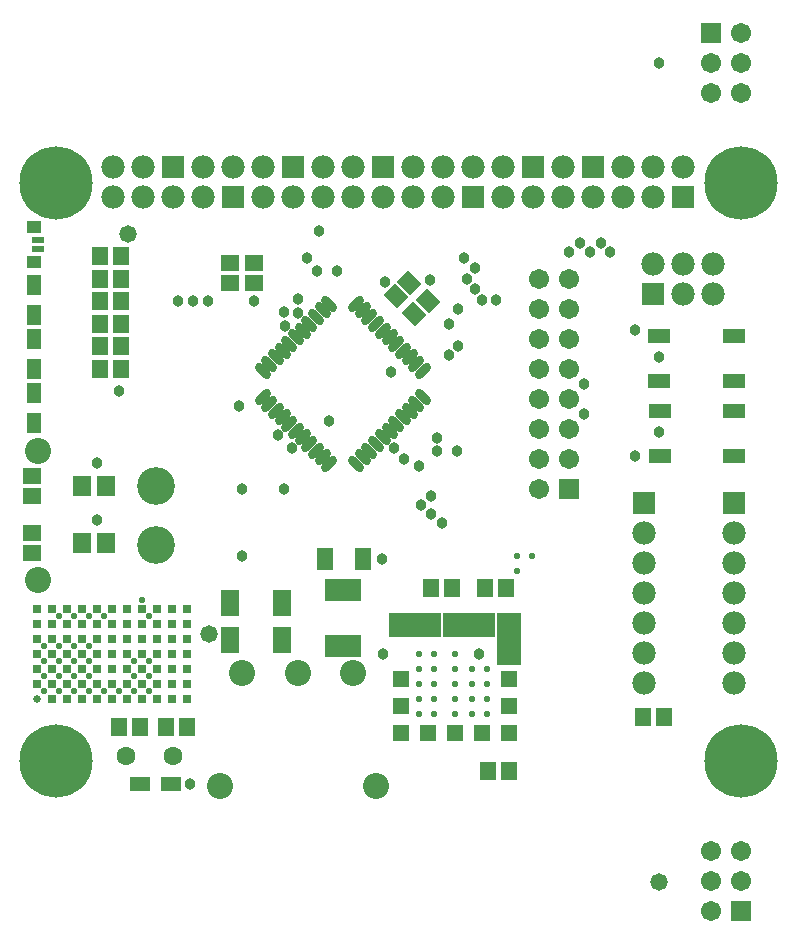
<source format=gts>
G04 Layer_Color=8388736*
%FSLAX25Y25*%
%MOIN*%
G70*
G01*
G75*
%ADD12C,0.02500*%
%ADD13R,0.02500X0.02500*%
%ADD64R,0.05328X0.06312*%
%ADD65R,0.06312X0.09068*%
%ADD66R,0.06115X0.05328*%
G04:AMPARAMS|DCode=67|XSize=29.65mil|YSize=65.09mil|CornerRadius=0mil|HoleSize=0mil|Usage=FLASHONLY|Rotation=315.000|XOffset=0mil|YOffset=0mil|HoleType=Round|Shape=Round|*
%AMOVALD67*
21,1,0.03543,0.02965,0.00000,0.00000,45.0*
1,1,0.02965,-0.01253,-0.01253*
1,1,0.02965,0.01253,0.01253*
%
%ADD67OVALD67*%

G04:AMPARAMS|DCode=68|XSize=29.65mil|YSize=65.09mil|CornerRadius=0mil|HoleSize=0mil|Usage=FLASHONLY|Rotation=225.000|XOffset=0mil|YOffset=0mil|HoleType=Round|Shape=Round|*
%AMOVALD68*
21,1,0.03543,0.02965,0.00000,0.00000,315.0*
1,1,0.02965,-0.01253,0.01253*
1,1,0.02965,0.01253,-0.01253*
%
%ADD68OVALD68*%

%ADD69R,0.07493X0.04737*%
%ADD70R,0.05328X0.06115*%
%ADD71R,0.05328X0.07690*%
%ADD72R,0.05300X0.05300*%
%ADD73R,0.17300X0.08300*%
%ADD74R,0.08300X0.17300*%
%ADD75R,0.04737X0.06706*%
G04:AMPARAMS|DCode=76|XSize=63.12mil|YSize=53.28mil|CornerRadius=0mil|HoleSize=0mil|Usage=FLASHONLY|Rotation=315.000|XOffset=0mil|YOffset=0mil|HoleType=Round|Shape=Rectangle|*
%AMROTATEDRECTD76*
4,1,4,-0.04115,0.00348,-0.00348,0.04115,0.04115,-0.00348,0.00348,-0.04115,-0.04115,0.00348,0.0*
%
%ADD76ROTATEDRECTD76*%

%ADD77R,0.03950X0.02375*%
%ADD78R,0.04737X0.04343*%
%ADD79R,0.12414X0.07414*%
%ADD80R,0.06706X0.04737*%
%ADD81R,0.06312X0.06706*%
%ADD82C,0.12611*%
%ADD83C,0.08674*%
%ADD84C,0.24409*%
%ADD85C,0.07800*%
%ADD86R,0.07800X0.07800*%
%ADD87R,0.06706X0.06706*%
%ADD88C,0.06706*%
%ADD89R,0.07800X0.07800*%
%ADD90C,0.06312*%
%ADD91C,0.02300*%
%ADD92C,0.03800*%
%ADD93C,0.05800*%
D12*
X7500Y35000D02*
D03*
D13*
Y40000D02*
D03*
Y45000D02*
D03*
Y50000D02*
D03*
Y55000D02*
D03*
Y60000D02*
D03*
Y65000D02*
D03*
X12500Y35000D02*
D03*
Y40000D02*
D03*
Y45000D02*
D03*
Y50000D02*
D03*
Y55000D02*
D03*
Y60000D02*
D03*
Y65000D02*
D03*
X17500Y35000D02*
D03*
Y40000D02*
D03*
Y45000D02*
D03*
Y50000D02*
D03*
Y55000D02*
D03*
Y60000D02*
D03*
Y65000D02*
D03*
X22500Y35000D02*
D03*
Y40000D02*
D03*
Y45000D02*
D03*
Y50000D02*
D03*
Y55000D02*
D03*
Y60000D02*
D03*
Y65000D02*
D03*
X27500Y35000D02*
D03*
Y40000D02*
D03*
Y45000D02*
D03*
Y50000D02*
D03*
Y55000D02*
D03*
Y60000D02*
D03*
Y65000D02*
D03*
X32500Y35000D02*
D03*
Y40000D02*
D03*
Y45000D02*
D03*
Y50000D02*
D03*
Y55000D02*
D03*
Y60000D02*
D03*
Y65000D02*
D03*
X37500Y35000D02*
D03*
Y40000D02*
D03*
Y45000D02*
D03*
Y50000D02*
D03*
Y55000D02*
D03*
Y60000D02*
D03*
Y65000D02*
D03*
X42500Y35000D02*
D03*
Y40000D02*
D03*
Y45000D02*
D03*
Y50000D02*
D03*
Y55000D02*
D03*
Y60000D02*
D03*
Y65000D02*
D03*
X47500Y35000D02*
D03*
Y40000D02*
D03*
Y45000D02*
D03*
Y50000D02*
D03*
Y55000D02*
D03*
Y60000D02*
D03*
Y65000D02*
D03*
X52500Y35000D02*
D03*
Y40000D02*
D03*
Y45000D02*
D03*
Y50000D02*
D03*
Y55000D02*
D03*
Y60000D02*
D03*
Y65000D02*
D03*
X57500Y35000D02*
D03*
Y40000D02*
D03*
Y45000D02*
D03*
Y50000D02*
D03*
Y55000D02*
D03*
Y60000D02*
D03*
Y65000D02*
D03*
D64*
X50555Y25500D02*
D03*
X57445D02*
D03*
X145945Y72000D02*
D03*
X139055D02*
D03*
X157055D02*
D03*
X163945D02*
D03*
D65*
X71839Y67000D02*
D03*
X89161D02*
D03*
X71839Y54500D02*
D03*
X89161D02*
D03*
D66*
X80000Y173555D02*
D03*
Y180445D02*
D03*
X72000Y173555D02*
D03*
Y180445D02*
D03*
X6000Y83555D02*
D03*
Y90445D02*
D03*
Y102555D02*
D03*
Y109445D02*
D03*
D67*
X136225Y144454D02*
D03*
X133998Y146681D02*
D03*
X131771Y148908D02*
D03*
X129544Y151136D02*
D03*
X127317Y153363D02*
D03*
X125090Y155590D02*
D03*
X122863Y157817D02*
D03*
X120635Y160044D02*
D03*
X118408Y162271D02*
D03*
X116181Y164498D02*
D03*
X113954Y166725D02*
D03*
X82775Y135546D02*
D03*
X85002Y133319D02*
D03*
X87229Y131092D02*
D03*
X89456Y128865D02*
D03*
X91683Y126637D02*
D03*
X93910Y124410D02*
D03*
X96137Y122183D02*
D03*
X98365Y119956D02*
D03*
X100592Y117729D02*
D03*
X102819Y115502D02*
D03*
X105046Y113275D02*
D03*
D68*
Y166725D02*
D03*
X102819Y164498D02*
D03*
X100592Y162271D02*
D03*
X98365Y160044D02*
D03*
X96137Y157817D02*
D03*
X93910Y155590D02*
D03*
X91683Y153363D02*
D03*
X89456Y151136D02*
D03*
X87229Y148908D02*
D03*
X85002Y146681D02*
D03*
X82775Y144454D02*
D03*
X113954Y113275D02*
D03*
X116181Y115502D02*
D03*
X118408Y117729D02*
D03*
X120635Y119956D02*
D03*
X122863Y122183D02*
D03*
X125090Y124410D02*
D03*
X127317Y126637D02*
D03*
X129544Y128865D02*
D03*
X131771Y131092D02*
D03*
X133998Y133319D02*
D03*
X136225Y135546D02*
D03*
D69*
X215000Y141000D02*
D03*
X239803D02*
D03*
X215000Y155961D02*
D03*
X239803D02*
D03*
X240000Y131000D02*
D03*
X215197D02*
D03*
X240000Y116039D02*
D03*
X215197D02*
D03*
D70*
X209555Y29000D02*
D03*
X216445D02*
D03*
X28555Y152500D02*
D03*
X35445D02*
D03*
X28555Y160000D02*
D03*
X35445D02*
D03*
X28555Y175000D02*
D03*
X35445D02*
D03*
X28555Y167500D02*
D03*
X35445D02*
D03*
X28555Y182500D02*
D03*
X35445D02*
D03*
X28555Y145000D02*
D03*
X35445D02*
D03*
X158055Y11000D02*
D03*
X164945D02*
D03*
X41945Y25500D02*
D03*
X35055D02*
D03*
D71*
X103602Y81500D02*
D03*
X116398D02*
D03*
D72*
X129000Y23500D02*
D03*
X138000D02*
D03*
X129000Y32500D02*
D03*
Y41500D02*
D03*
X156000Y23500D02*
D03*
X147000D02*
D03*
X165000D02*
D03*
Y41500D02*
D03*
Y32500D02*
D03*
D73*
X133500Y59500D02*
D03*
X151500D02*
D03*
D74*
X165000Y55000D02*
D03*
D75*
X6500Y144882D02*
D03*
Y155118D02*
D03*
Y162882D02*
D03*
Y173118D02*
D03*
Y126882D02*
D03*
Y137118D02*
D03*
D76*
X131665Y173789D02*
D03*
X133335Y163211D02*
D03*
X137789Y167665D02*
D03*
X127211Y169335D02*
D03*
D77*
X8075Y188075D02*
D03*
Y184925D02*
D03*
D78*
X6500Y192405D02*
D03*
Y180595D02*
D03*
D79*
X109500Y52591D02*
D03*
Y71409D02*
D03*
D80*
X52118Y6500D02*
D03*
X41882D02*
D03*
D81*
X22563Y87000D02*
D03*
X30437D02*
D03*
X22563Y106000D02*
D03*
X30437D02*
D03*
D82*
X47370Y105996D02*
D03*
Y86311D02*
D03*
D83*
X8000Y117807D02*
D03*
Y74500D02*
D03*
X120500Y6000D02*
D03*
X68500D02*
D03*
X76000Y43500D02*
D03*
X94500D02*
D03*
X113000D02*
D03*
D84*
X13780Y207087D02*
D03*
X242126D02*
D03*
Y14173D02*
D03*
X13780D02*
D03*
D85*
X223000Y212394D02*
D03*
X213000D02*
D03*
Y202394D02*
D03*
X203000Y212394D02*
D03*
Y202394D02*
D03*
X193000D02*
D03*
X183000Y212394D02*
D03*
Y202394D02*
D03*
X173000D02*
D03*
X163000Y212394D02*
D03*
Y202394D02*
D03*
X153000Y212394D02*
D03*
X143000D02*
D03*
Y202394D02*
D03*
X133000Y212394D02*
D03*
Y202394D02*
D03*
X123000D02*
D03*
X113000Y212394D02*
D03*
Y202394D02*
D03*
X103000Y212394D02*
D03*
Y202394D02*
D03*
X93000D02*
D03*
X83000Y212394D02*
D03*
Y202394D02*
D03*
X73000Y212394D02*
D03*
X63000D02*
D03*
Y202394D02*
D03*
X53000D02*
D03*
X43000Y212394D02*
D03*
Y202394D02*
D03*
X33000Y212394D02*
D03*
Y202394D02*
D03*
X210000Y40236D02*
D03*
Y50236D02*
D03*
Y60236D02*
D03*
Y70236D02*
D03*
Y80236D02*
D03*
Y90236D02*
D03*
X240000Y40236D02*
D03*
Y50236D02*
D03*
Y60236D02*
D03*
Y70236D02*
D03*
Y80236D02*
D03*
Y90236D02*
D03*
X213000Y180000D02*
D03*
X223000Y170000D02*
D03*
Y180000D02*
D03*
X233000Y170000D02*
D03*
Y180000D02*
D03*
D86*
X223000Y202394D02*
D03*
X193000Y212394D02*
D03*
X173000D02*
D03*
X153000Y202394D02*
D03*
X123000Y212394D02*
D03*
X93000D02*
D03*
X73000Y202394D02*
D03*
X53000Y212394D02*
D03*
X213000Y170000D02*
D03*
D87*
X232126Y257087D02*
D03*
X185000Y105000D02*
D03*
X242126Y-35827D02*
D03*
D88*
Y257087D02*
D03*
X232126Y247087D02*
D03*
X242126D02*
D03*
X232126Y237087D02*
D03*
X242126D02*
D03*
X175000Y105000D02*
D03*
X185000Y115000D02*
D03*
X175000D02*
D03*
X185000Y125000D02*
D03*
X175000D02*
D03*
X185000Y135000D02*
D03*
X175000D02*
D03*
X185000Y145000D02*
D03*
X175000D02*
D03*
X185000Y155000D02*
D03*
X175000D02*
D03*
X185000Y165000D02*
D03*
X175000D02*
D03*
X185000Y175000D02*
D03*
X175000D02*
D03*
X232126Y-15827D02*
D03*
X242126D02*
D03*
X232126Y-25827D02*
D03*
X242126D02*
D03*
X232126Y-35827D02*
D03*
D89*
X210000Y100236D02*
D03*
X240000D02*
D03*
D90*
X37252Y16000D02*
D03*
X53000D02*
D03*
D91*
X167500Y77500D02*
D03*
Y82500D02*
D03*
X172500D02*
D03*
X157500Y35000D02*
D03*
X152500D02*
D03*
X147000Y45000D02*
D03*
Y40000D02*
D03*
Y50000D02*
D03*
Y30000D02*
D03*
Y35000D02*
D03*
X140000D02*
D03*
X135000D02*
D03*
X140000Y30000D02*
D03*
X135000D02*
D03*
Y50000D02*
D03*
X140000D02*
D03*
X135000Y40000D02*
D03*
X140000D02*
D03*
X135000Y45000D02*
D03*
X140000D02*
D03*
X152500Y30000D02*
D03*
X157500D02*
D03*
X152500Y40000D02*
D03*
X157500D02*
D03*
Y45000D02*
D03*
X152500D02*
D03*
X30000Y62500D02*
D03*
X25000D02*
D03*
X20000D02*
D03*
X15000D02*
D03*
Y37500D02*
D03*
X20000D02*
D03*
X25000D02*
D03*
X30000D02*
D03*
X35000D02*
D03*
X40000D02*
D03*
X45000D02*
D03*
Y42500D02*
D03*
X40000D02*
D03*
X45000Y47500D02*
D03*
X40000D02*
D03*
X25000Y42500D02*
D03*
X20000D02*
D03*
X25000Y47500D02*
D03*
X20000D02*
D03*
X25000Y52500D02*
D03*
X20000D02*
D03*
X10000D02*
D03*
X15000D02*
D03*
X10000Y47500D02*
D03*
X15000D02*
D03*
X10000Y42500D02*
D03*
X15000D02*
D03*
X10000Y37500D02*
D03*
X45000Y62500D02*
D03*
X42500Y68000D02*
D03*
D92*
X123000Y50000D02*
D03*
X155000D02*
D03*
X122500Y81500D02*
D03*
X195500Y187000D02*
D03*
X198500Y184000D02*
D03*
X192000D02*
D03*
X188500Y187000D02*
D03*
X185000Y184000D02*
D03*
X190000Y140000D02*
D03*
Y130000D02*
D03*
X160500Y168000D02*
D03*
X156000D02*
D03*
X153500Y171500D02*
D03*
X151000Y175000D02*
D03*
X153500Y178500D02*
D03*
X207000Y158000D02*
D03*
X126546Y118500D02*
D03*
X130000Y115000D02*
D03*
X141000Y117500D02*
D03*
Y122000D02*
D03*
X125500Y144000D02*
D03*
X214803Y148961D02*
D03*
X215000Y124000D02*
D03*
X215087Y247087D02*
D03*
X76000Y105000D02*
D03*
X90000D02*
D03*
X88000Y122954D02*
D03*
X92454Y118500D02*
D03*
X94500Y168363D02*
D03*
X94681Y163727D02*
D03*
X90227Y159273D02*
D03*
X90046Y163908D02*
D03*
X150000Y182000D02*
D03*
X97500D02*
D03*
X107500Y177500D02*
D03*
X139000Y102500D02*
D03*
Y96500D02*
D03*
X135500Y99500D02*
D03*
X142500Y93500D02*
D03*
X147500Y117500D02*
D03*
X135000Y112500D02*
D03*
X105000Y127500D02*
D03*
X101500Y191000D02*
D03*
X145000Y149500D02*
D03*
X148000Y152500D02*
D03*
Y165000D02*
D03*
X145000Y160000D02*
D03*
X207000Y116000D02*
D03*
X80000Y167500D02*
D03*
X101000Y177500D02*
D03*
X76000Y82500D02*
D03*
X75000Y132500D02*
D03*
X54500Y167500D02*
D03*
X64500D02*
D03*
X59500D02*
D03*
X123500Y174000D02*
D03*
X138500Y174500D02*
D03*
X35000Y137500D02*
D03*
X58500Y6500D02*
D03*
X27500Y94500D02*
D03*
Y113500D02*
D03*
D93*
X65000Y56500D02*
D03*
X38000Y190000D02*
D03*
X215000Y-26000D02*
D03*
M02*

</source>
